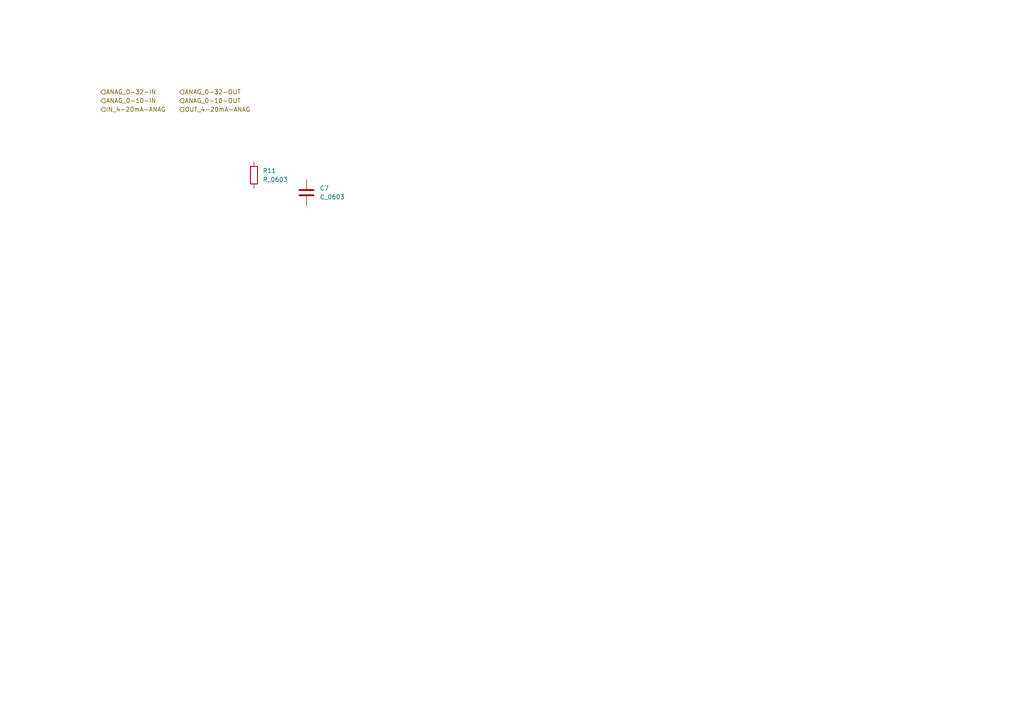
<source format=kicad_sch>
(kicad_sch
	(version 20250114)
	(generator "eeschema")
	(generator_version "9.0")
	(uuid "b80b6a25-e386-4142-aa08-fb6ae96a8f9e")
	(paper "A4")
	(lib_symbols
		(symbol "PCM_Capacitor_AKL:C_0603"
			(pin_numbers
				(hide yes)
			)
			(pin_names
				(offset 0.254)
			)
			(exclude_from_sim no)
			(in_bom yes)
			(on_board yes)
			(property "Reference" "C"
				(at 0.635 2.54 0)
				(effects
					(font
						(size 1.27 1.27)
					)
					(justify left)
				)
			)
			(property "Value" "C_0603"
				(at 0.635 -2.54 0)
				(effects
					(font
						(size 1.27 1.27)
					)
					(justify left)
				)
			)
			(property "Footprint" "PCM_Capacitor_SMD_AKL:C_0603_1608Metric"
				(at 0.9652 -3.81 0)
				(effects
					(font
						(size 1.27 1.27)
					)
					(hide yes)
				)
			)
			(property "Datasheet" "~"
				(at 0 0 0)
				(effects
					(font
						(size 1.27 1.27)
					)
					(hide yes)
				)
			)
			(property "Description" "SMD 0603 MLCC capacitor, Alternate KiCad Library"
				(at 0 0 0)
				(effects
					(font
						(size 1.27 1.27)
					)
					(hide yes)
				)
			)
			(property "ki_keywords" "cap capacitor ceramic chip mlcc smd 0603"
				(at 0 0 0)
				(effects
					(font
						(size 1.27 1.27)
					)
					(hide yes)
				)
			)
			(property "ki_fp_filters" "C_*"
				(at 0 0 0)
				(effects
					(font
						(size 1.27 1.27)
					)
					(hide yes)
				)
			)
			(symbol "C_0603_0_1"
				(polyline
					(pts
						(xy -2.032 0.762) (xy 2.032 0.762)
					)
					(stroke
						(width 0.508)
						(type default)
					)
					(fill
						(type none)
					)
				)
				(polyline
					(pts
						(xy -2.032 -0.762) (xy 2.032 -0.762)
					)
					(stroke
						(width 0.508)
						(type default)
					)
					(fill
						(type none)
					)
				)
			)
			(symbol "C_0603_0_2"
				(polyline
					(pts
						(xy -2.54 -2.54) (xy -0.381 -0.381)
					)
					(stroke
						(width 0)
						(type default)
					)
					(fill
						(type none)
					)
				)
				(polyline
					(pts
						(xy -0.508 -0.508) (xy -1.651 0.635)
					)
					(stroke
						(width 0.508)
						(type default)
					)
					(fill
						(type none)
					)
				)
				(polyline
					(pts
						(xy -0.508 -0.508) (xy 0.635 -1.651)
					)
					(stroke
						(width 0.508)
						(type default)
					)
					(fill
						(type none)
					)
				)
				(polyline
					(pts
						(xy 0.381 0.381) (xy 2.54 2.54)
					)
					(stroke
						(width 0)
						(type default)
					)
					(fill
						(type none)
					)
				)
				(polyline
					(pts
						(xy 0.508 0.508) (xy -0.635 1.651)
					)
					(stroke
						(width 0.508)
						(type default)
					)
					(fill
						(type none)
					)
				)
				(polyline
					(pts
						(xy 0.508 0.508) (xy 1.651 -0.635)
					)
					(stroke
						(width 0.508)
						(type default)
					)
					(fill
						(type none)
					)
				)
			)
			(symbol "C_0603_1_1"
				(pin passive line
					(at 0 3.81 270)
					(length 2.794)
					(name "~"
						(effects
							(font
								(size 1.27 1.27)
							)
						)
					)
					(number "1"
						(effects
							(font
								(size 1.27 1.27)
							)
						)
					)
				)
				(pin passive line
					(at 0 -3.81 90)
					(length 2.794)
					(name "~"
						(effects
							(font
								(size 1.27 1.27)
							)
						)
					)
					(number "2"
						(effects
							(font
								(size 1.27 1.27)
							)
						)
					)
				)
			)
			(symbol "C_0603_1_2"
				(pin passive line
					(at -2.54 -2.54 90)
					(length 0)
					(name "~"
						(effects
							(font
								(size 1.27 1.27)
							)
						)
					)
					(number "2"
						(effects
							(font
								(size 1.27 1.27)
							)
						)
					)
				)
				(pin passive line
					(at 2.54 2.54 270)
					(length 0)
					(name "~"
						(effects
							(font
								(size 1.27 1.27)
							)
						)
					)
					(number "1"
						(effects
							(font
								(size 1.27 1.27)
							)
						)
					)
				)
			)
			(embedded_fonts no)
		)
		(symbol "PCM_Resistor_AKL:R_0603"
			(pin_numbers
				(hide yes)
			)
			(pin_names
				(offset 0)
			)
			(exclude_from_sim no)
			(in_bom yes)
			(on_board yes)
			(property "Reference" "R"
				(at 2.54 1.27 0)
				(effects
					(font
						(size 1.27 1.27)
					)
					(justify left)
				)
			)
			(property "Value" "R_0603"
				(at 2.54 -1.27 0)
				(effects
					(font
						(size 1.27 1.27)
					)
					(justify left)
				)
			)
			(property "Footprint" "PCM_Resistor_SMD_AKL:R_0603_1608Metric"
				(at 0 -11.43 0)
				(effects
					(font
						(size 1.27 1.27)
					)
					(hide yes)
				)
			)
			(property "Datasheet" "~"
				(at 0 0 0)
				(effects
					(font
						(size 1.27 1.27)
					)
					(hide yes)
				)
			)
			(property "Description" "SMD 0603 Chip Resistor, European Symbol, Alternate KiCad Library"
				(at 0 0 0)
				(effects
					(font
						(size 1.27 1.27)
					)
					(hide yes)
				)
			)
			(property "ki_keywords" "R res resistor eu SMD 0603"
				(at 0 0 0)
				(effects
					(font
						(size 1.27 1.27)
					)
					(hide yes)
				)
			)
			(property "ki_fp_filters" "R_*"
				(at 0 0 0)
				(effects
					(font
						(size 1.27 1.27)
					)
					(hide yes)
				)
			)
			(symbol "R_0603_0_1"
				(rectangle
					(start -1.016 2.54)
					(end 1.016 -2.54)
					(stroke
						(width 0.254)
						(type default)
					)
					(fill
						(type none)
					)
				)
			)
			(symbol "R_0603_0_2"
				(polyline
					(pts
						(xy -2.54 -2.54) (xy -1.524 -1.524)
					)
					(stroke
						(width 0)
						(type default)
					)
					(fill
						(type none)
					)
				)
				(polyline
					(pts
						(xy 1.524 1.524) (xy 2.54 2.54)
					)
					(stroke
						(width 0)
						(type default)
					)
					(fill
						(type none)
					)
				)
				(polyline
					(pts
						(xy 1.524 1.524) (xy 0.889 2.159) (xy -2.159 -0.889) (xy -0.889 -2.159) (xy 2.159 0.889) (xy 1.524 1.524)
					)
					(stroke
						(width 0.254)
						(type default)
					)
					(fill
						(type none)
					)
				)
			)
			(symbol "R_0603_1_1"
				(pin passive line
					(at 0 3.81 270)
					(length 1.27)
					(name "~"
						(effects
							(font
								(size 1.27 1.27)
							)
						)
					)
					(number "1"
						(effects
							(font
								(size 1.27 1.27)
							)
						)
					)
				)
				(pin passive line
					(at 0 -3.81 90)
					(length 1.27)
					(name "~"
						(effects
							(font
								(size 1.27 1.27)
							)
						)
					)
					(number "2"
						(effects
							(font
								(size 1.27 1.27)
							)
						)
					)
				)
			)
			(symbol "R_0603_1_2"
				(pin passive line
					(at -2.54 -2.54 0)
					(length 0)
					(name ""
						(effects
							(font
								(size 1.27 1.27)
							)
						)
					)
					(number "2"
						(effects
							(font
								(size 1.27 1.27)
							)
						)
					)
				)
				(pin passive line
					(at 2.54 2.54 180)
					(length 0)
					(name ""
						(effects
							(font
								(size 1.27 1.27)
							)
						)
					)
					(number "1"
						(effects
							(font
								(size 1.27 1.27)
							)
						)
					)
				)
			)
			(embedded_fonts no)
		)
	)
	(hierarchical_label "ANAG_0-10-IN"
		(shape input)
		(at 29.21 29.21 0)
		(effects
			(font
				(size 1.27 1.27)
			)
			(justify left)
		)
		(uuid "1343bbde-b5ee-4081-af3c-0cfb28b5d362")
	)
	(hierarchical_label "IN_4-20mA-ANAG"
		(shape input)
		(at 29.21 31.75 0)
		(effects
			(font
				(size 1.27 1.27)
			)
			(justify left)
		)
		(uuid "45883d26-69d1-4e17-ae3b-8950634118c2")
	)
	(hierarchical_label "OUT_4-20mA-ANAG"
		(shape input)
		(at 52.07 31.75 0)
		(effects
			(font
				(size 1.27 1.27)
			)
			(justify left)
		)
		(uuid "9ce29b76-ba5d-47da-833c-72aa6cdd6af7")
	)
	(hierarchical_label "ANAG_0-32-OUT"
		(shape input)
		(at 52.07 26.67 0)
		(effects
			(font
				(size 1.27 1.27)
			)
			(justify left)
		)
		(uuid "c5c7bea5-721e-49e8-93f0-0efeed507862")
	)
	(hierarchical_label "ANAG_0-32-IN"
		(shape input)
		(at 29.21 26.67 0)
		(effects
			(font
				(size 1.27 1.27)
			)
			(justify left)
		)
		(uuid "dda0cec4-3249-440e-973e-62a9ac71fa75")
	)
	(hierarchical_label "ANAG_0-10-OUT"
		(shape input)
		(at 52.07 29.21 0)
		(effects
			(font
				(size 1.27 1.27)
			)
			(justify left)
		)
		(uuid "f80ffcb0-c96b-45fc-93ea-90927b01069d")
	)
	(symbol
		(lib_id "PCM_Resistor_AKL:R_0603")
		(at 73.66 50.8 0)
		(unit 1)
		(exclude_from_sim no)
		(in_bom yes)
		(on_board yes)
		(dnp no)
		(fields_autoplaced yes)
		(uuid "619fdbc7-29df-4105-920a-94e46da761ac")
		(property "Reference" "R11"
			(at 76.2 49.5299 0)
			(effects
				(font
					(size 1.27 1.27)
				)
				(justify left)
			)
		)
		(property "Value" "R_0603"
			(at 76.2 52.0699 0)
			(effects
				(font
					(size 1.27 1.27)
				)
				(justify left)
			)
		)
		(property "Footprint" "PCM_Resistor_SMD_AKL:R_0603_1608Metric"
			(at 73.66 62.23 0)
			(effects
				(font
					(size 1.27 1.27)
				)
				(hide yes)
			)
		)
		(property "Datasheet" "~"
			(at 73.66 50.8 0)
			(effects
				(font
					(size 1.27 1.27)
				)
				(hide yes)
			)
		)
		(property "Description" "SMD 0603 Chip Resistor, European Symbol, Alternate KiCad Library"
			(at 73.66 50.8 0)
			(effects
				(font
					(size 1.27 1.27)
				)
				(hide yes)
			)
		)
		(pin "1"
			(uuid "4ba1b89a-cea9-4622-84e6-f6dd6375b036")
		)
		(pin "2"
			(uuid "d3da69a6-2762-4f13-b4b5-8e79c48591d5")
		)
		(instances
			(project ""
				(path "/65bd0161-ef9e-46bf-8f53-5e79265dec38/b9169cbc-15eb-4442-a6f5-930282d069c3/02f81d43-f933-4c3c-b735-04f83829bf97"
					(reference "R11")
					(unit 1)
				)
			)
		)
	)
	(symbol
		(lib_id "PCM_Capacitor_AKL:C_0603")
		(at 88.9 55.88 0)
		(unit 1)
		(exclude_from_sim no)
		(in_bom yes)
		(on_board yes)
		(dnp no)
		(fields_autoplaced yes)
		(uuid "bd1888e1-29c7-48c0-a13e-aeed11c8d3c3")
		(property "Reference" "C7"
			(at 92.71 54.6099 0)
			(effects
				(font
					(size 1.27 1.27)
				)
				(justify left)
			)
		)
		(property "Value" "C_0603"
			(at 92.71 57.1499 0)
			(effects
				(font
					(size 1.27 1.27)
				)
				(justify left)
			)
		)
		(property "Footprint" "PCM_Capacitor_SMD_AKL:C_0603_1608Metric"
			(at 89.8652 59.69 0)
			(effects
				(font
					(size 1.27 1.27)
				)
				(hide yes)
			)
		)
		(property "Datasheet" "~"
			(at 88.9 55.88 0)
			(effects
				(font
					(size 1.27 1.27)
				)
				(hide yes)
			)
		)
		(property "Description" "SMD 0603 MLCC capacitor, Alternate KiCad Library"
			(at 88.9 55.88 0)
			(effects
				(font
					(size 1.27 1.27)
				)
				(hide yes)
			)
		)
		(pin "1"
			(uuid "b2d59603-5896-460f-8cd5-b2f362b78b1a")
		)
		(pin "2"
			(uuid "e36dd53d-936a-48ba-b6ec-7bbf816ae594")
		)
		(instances
			(project ""
				(path "/65bd0161-ef9e-46bf-8f53-5e79265dec38/b9169cbc-15eb-4442-a6f5-930282d069c3/02f81d43-f933-4c3c-b735-04f83829bf97"
					(reference "C7")
					(unit 1)
				)
			)
		)
	)
)

</source>
